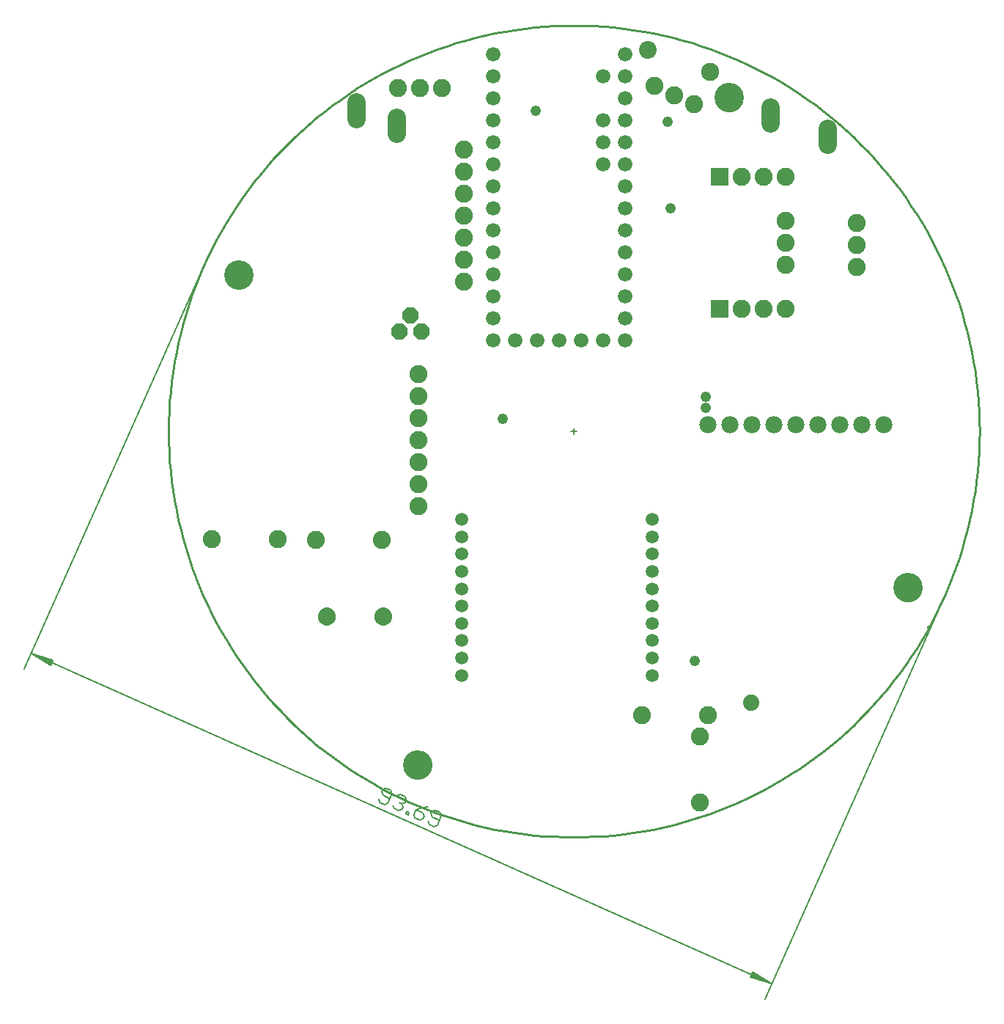
<source format=gbs>
G75*
%MOIN*%
%OFA0B0*%
%FSLAX25Y25*%
%IPPOS*%
%LPD*%
%AMOC8*
5,1,8,0,0,1.08239X$1,22.5*
%
%ADD10C,0.01000*%
%ADD11C,0.01600*%
%ADD12C,0.00000*%
%ADD13C,0.13398*%
%ADD14C,0.00512*%
%ADD15C,0.00600*%
%ADD16C,0.07800*%
%ADD17C,0.06600*%
%ADD18C,0.05950*%
%ADD19C,0.08200*%
%ADD20R,0.08200X0.08200*%
%ADD21C,0.07400*%
%ADD22C,0.00500*%
%ADD23C,0.08200*%
%ADD24OC8,0.07400*%
%ADD25C,0.08062*%
%ADD26C,0.08246*%
%ADD27C,0.04800*%
D10*
X0066778Y0259287D02*
X0066834Y0263813D01*
X0067000Y0268336D01*
X0067278Y0272854D01*
X0067666Y0277364D01*
X0068165Y0281863D01*
X0068774Y0286348D01*
X0069493Y0290817D01*
X0070322Y0295267D01*
X0071259Y0299695D01*
X0072305Y0304099D01*
X0073459Y0308476D01*
X0074719Y0312823D01*
X0076086Y0317138D01*
X0077559Y0321418D01*
X0079136Y0325661D01*
X0080817Y0329863D01*
X0082600Y0334024D01*
X0084485Y0338139D01*
X0086470Y0342207D01*
X0088555Y0346224D01*
X0090737Y0350190D01*
X0093016Y0354100D01*
X0095391Y0357954D01*
X0097859Y0361748D01*
X0100420Y0365480D01*
X0103071Y0369149D01*
X0105812Y0372751D01*
X0108641Y0376285D01*
X0111555Y0379748D01*
X0114553Y0383139D01*
X0117634Y0386456D01*
X0120795Y0389695D01*
X0124034Y0392856D01*
X0127351Y0395937D01*
X0130742Y0398935D01*
X0134205Y0401849D01*
X0137739Y0404678D01*
X0141341Y0407419D01*
X0145010Y0410070D01*
X0148742Y0412631D01*
X0152536Y0415099D01*
X0156390Y0417474D01*
X0160300Y0419753D01*
X0164266Y0421935D01*
X0168283Y0424020D01*
X0172351Y0426005D01*
X0176466Y0427890D01*
X0180627Y0429673D01*
X0184829Y0431354D01*
X0189072Y0432931D01*
X0193352Y0434404D01*
X0197667Y0435771D01*
X0202014Y0437031D01*
X0206391Y0438185D01*
X0210795Y0439231D01*
X0215223Y0440168D01*
X0219673Y0440997D01*
X0224142Y0441716D01*
X0228627Y0442325D01*
X0233126Y0442824D01*
X0237636Y0443212D01*
X0242154Y0443490D01*
X0246677Y0443656D01*
X0251203Y0443712D01*
X0255729Y0443656D01*
X0260252Y0443490D01*
X0264770Y0443212D01*
X0269280Y0442824D01*
X0273779Y0442325D01*
X0278264Y0441716D01*
X0282733Y0440997D01*
X0287183Y0440168D01*
X0291611Y0439231D01*
X0296015Y0438185D01*
X0300392Y0437031D01*
X0304739Y0435771D01*
X0309054Y0434404D01*
X0313334Y0432931D01*
X0317577Y0431354D01*
X0321779Y0429673D01*
X0325940Y0427890D01*
X0330055Y0426005D01*
X0334123Y0424020D01*
X0338140Y0421935D01*
X0342106Y0419753D01*
X0346016Y0417474D01*
X0349870Y0415099D01*
X0353664Y0412631D01*
X0357396Y0410070D01*
X0361065Y0407419D01*
X0364667Y0404678D01*
X0368201Y0401849D01*
X0371664Y0398935D01*
X0375055Y0395937D01*
X0378372Y0392856D01*
X0381611Y0389695D01*
X0384772Y0386456D01*
X0387853Y0383139D01*
X0390851Y0379748D01*
X0393765Y0376285D01*
X0396594Y0372751D01*
X0399335Y0369149D01*
X0401986Y0365480D01*
X0404547Y0361748D01*
X0407015Y0357954D01*
X0409390Y0354100D01*
X0411669Y0350190D01*
X0413851Y0346224D01*
X0415936Y0342207D01*
X0417921Y0338139D01*
X0419806Y0334024D01*
X0421589Y0329863D01*
X0423270Y0325661D01*
X0424847Y0321418D01*
X0426320Y0317138D01*
X0427687Y0312823D01*
X0428947Y0308476D01*
X0430101Y0304099D01*
X0431147Y0299695D01*
X0432084Y0295267D01*
X0432913Y0290817D01*
X0433632Y0286348D01*
X0434241Y0281863D01*
X0434740Y0277364D01*
X0435128Y0272854D01*
X0435406Y0268336D01*
X0435572Y0263813D01*
X0435628Y0259287D01*
X0435572Y0254761D01*
X0435406Y0250238D01*
X0435128Y0245720D01*
X0434740Y0241210D01*
X0434241Y0236711D01*
X0433632Y0232226D01*
X0432913Y0227757D01*
X0432084Y0223307D01*
X0431147Y0218879D01*
X0430101Y0214475D01*
X0428947Y0210098D01*
X0427687Y0205751D01*
X0426320Y0201436D01*
X0424847Y0197156D01*
X0423270Y0192913D01*
X0421589Y0188711D01*
X0419806Y0184550D01*
X0417921Y0180435D01*
X0415936Y0176367D01*
X0413851Y0172350D01*
X0411669Y0168384D01*
X0409390Y0164474D01*
X0407015Y0160620D01*
X0404547Y0156826D01*
X0401986Y0153094D01*
X0399335Y0149425D01*
X0396594Y0145823D01*
X0393765Y0142289D01*
X0390851Y0138826D01*
X0387853Y0135435D01*
X0384772Y0132118D01*
X0381611Y0128879D01*
X0378372Y0125718D01*
X0375055Y0122637D01*
X0371664Y0119639D01*
X0368201Y0116725D01*
X0364667Y0113896D01*
X0361065Y0111155D01*
X0357396Y0108504D01*
X0353664Y0105943D01*
X0349870Y0103475D01*
X0346016Y0101100D01*
X0342106Y0098821D01*
X0338140Y0096639D01*
X0334123Y0094554D01*
X0330055Y0092569D01*
X0325940Y0090684D01*
X0321779Y0088901D01*
X0317577Y0087220D01*
X0313334Y0085643D01*
X0309054Y0084170D01*
X0304739Y0082803D01*
X0300392Y0081543D01*
X0296015Y0080389D01*
X0291611Y0079343D01*
X0287183Y0078406D01*
X0282733Y0077577D01*
X0278264Y0076858D01*
X0273779Y0076249D01*
X0269280Y0075750D01*
X0264770Y0075362D01*
X0260252Y0075084D01*
X0255729Y0074918D01*
X0251203Y0074862D01*
X0246677Y0074918D01*
X0242154Y0075084D01*
X0237636Y0075362D01*
X0233126Y0075750D01*
X0228627Y0076249D01*
X0224142Y0076858D01*
X0219673Y0077577D01*
X0215223Y0078406D01*
X0210795Y0079343D01*
X0206391Y0080389D01*
X0202014Y0081543D01*
X0197667Y0082803D01*
X0193352Y0084170D01*
X0189072Y0085643D01*
X0184829Y0087220D01*
X0180627Y0088901D01*
X0176466Y0090684D01*
X0172351Y0092569D01*
X0168283Y0094554D01*
X0164266Y0096639D01*
X0160300Y0098821D01*
X0156390Y0101100D01*
X0152536Y0103475D01*
X0148742Y0105943D01*
X0145010Y0108504D01*
X0141341Y0111155D01*
X0137739Y0113896D01*
X0134205Y0116725D01*
X0130742Y0119639D01*
X0127351Y0122637D01*
X0124034Y0125718D01*
X0120795Y0128879D01*
X0117634Y0132118D01*
X0114553Y0135435D01*
X0111555Y0138826D01*
X0108641Y0142289D01*
X0105812Y0145823D01*
X0103071Y0149425D01*
X0100420Y0153094D01*
X0097859Y0156826D01*
X0095391Y0160620D01*
X0093016Y0164474D01*
X0090737Y0168384D01*
X0088555Y0172350D01*
X0086470Y0176367D01*
X0084485Y0180435D01*
X0082600Y0184550D01*
X0080817Y0188711D01*
X0079136Y0192913D01*
X0077559Y0197156D01*
X0076086Y0201436D01*
X0074719Y0205751D01*
X0073459Y0210098D01*
X0072305Y0214475D01*
X0071259Y0218879D01*
X0070322Y0223307D01*
X0069493Y0227757D01*
X0068774Y0232226D01*
X0068165Y0236711D01*
X0067666Y0241210D01*
X0067278Y0245720D01*
X0067000Y0250238D01*
X0066834Y0254761D01*
X0066778Y0259287D01*
D11*
X0412477Y0170288D02*
X0412519Y0170379D01*
D12*
X0396804Y0188187D02*
X0396806Y0188345D01*
X0396812Y0188503D01*
X0396822Y0188661D01*
X0396836Y0188819D01*
X0396854Y0188976D01*
X0396875Y0189133D01*
X0396901Y0189289D01*
X0396931Y0189445D01*
X0396964Y0189600D01*
X0397002Y0189753D01*
X0397043Y0189906D01*
X0397088Y0190058D01*
X0397137Y0190209D01*
X0397190Y0190358D01*
X0397246Y0190506D01*
X0397306Y0190652D01*
X0397370Y0190797D01*
X0397438Y0190940D01*
X0397509Y0191082D01*
X0397583Y0191222D01*
X0397661Y0191359D01*
X0397743Y0191495D01*
X0397827Y0191629D01*
X0397916Y0191760D01*
X0398007Y0191889D01*
X0398102Y0192016D01*
X0398199Y0192141D01*
X0398300Y0192263D01*
X0398404Y0192382D01*
X0398511Y0192499D01*
X0398621Y0192613D01*
X0398734Y0192724D01*
X0398849Y0192833D01*
X0398967Y0192938D01*
X0399088Y0193040D01*
X0399211Y0193140D01*
X0399337Y0193236D01*
X0399465Y0193329D01*
X0399595Y0193419D01*
X0399728Y0193505D01*
X0399863Y0193589D01*
X0399999Y0193668D01*
X0400138Y0193745D01*
X0400279Y0193817D01*
X0400421Y0193887D01*
X0400565Y0193952D01*
X0400711Y0194014D01*
X0400858Y0194072D01*
X0401007Y0194127D01*
X0401157Y0194178D01*
X0401308Y0194225D01*
X0401460Y0194268D01*
X0401613Y0194307D01*
X0401768Y0194343D01*
X0401923Y0194374D01*
X0402079Y0194402D01*
X0402235Y0194426D01*
X0402392Y0194446D01*
X0402550Y0194462D01*
X0402707Y0194474D01*
X0402866Y0194482D01*
X0403024Y0194486D01*
X0403182Y0194486D01*
X0403340Y0194482D01*
X0403499Y0194474D01*
X0403656Y0194462D01*
X0403814Y0194446D01*
X0403971Y0194426D01*
X0404127Y0194402D01*
X0404283Y0194374D01*
X0404438Y0194343D01*
X0404593Y0194307D01*
X0404746Y0194268D01*
X0404898Y0194225D01*
X0405049Y0194178D01*
X0405199Y0194127D01*
X0405348Y0194072D01*
X0405495Y0194014D01*
X0405641Y0193952D01*
X0405785Y0193887D01*
X0405927Y0193817D01*
X0406068Y0193745D01*
X0406207Y0193668D01*
X0406343Y0193589D01*
X0406478Y0193505D01*
X0406611Y0193419D01*
X0406741Y0193329D01*
X0406869Y0193236D01*
X0406995Y0193140D01*
X0407118Y0193040D01*
X0407239Y0192938D01*
X0407357Y0192833D01*
X0407472Y0192724D01*
X0407585Y0192613D01*
X0407695Y0192499D01*
X0407802Y0192382D01*
X0407906Y0192263D01*
X0408007Y0192141D01*
X0408104Y0192016D01*
X0408199Y0191889D01*
X0408290Y0191760D01*
X0408379Y0191629D01*
X0408463Y0191495D01*
X0408545Y0191359D01*
X0408623Y0191222D01*
X0408697Y0191082D01*
X0408768Y0190940D01*
X0408836Y0190797D01*
X0408900Y0190652D01*
X0408960Y0190506D01*
X0409016Y0190358D01*
X0409069Y0190209D01*
X0409118Y0190058D01*
X0409163Y0189906D01*
X0409204Y0189753D01*
X0409242Y0189600D01*
X0409275Y0189445D01*
X0409305Y0189289D01*
X0409331Y0189133D01*
X0409352Y0188976D01*
X0409370Y0188819D01*
X0409384Y0188661D01*
X0409394Y0188503D01*
X0409400Y0188345D01*
X0409402Y0188187D01*
X0409400Y0188029D01*
X0409394Y0187871D01*
X0409384Y0187713D01*
X0409370Y0187555D01*
X0409352Y0187398D01*
X0409331Y0187241D01*
X0409305Y0187085D01*
X0409275Y0186929D01*
X0409242Y0186774D01*
X0409204Y0186621D01*
X0409163Y0186468D01*
X0409118Y0186316D01*
X0409069Y0186165D01*
X0409016Y0186016D01*
X0408960Y0185868D01*
X0408900Y0185722D01*
X0408836Y0185577D01*
X0408768Y0185434D01*
X0408697Y0185292D01*
X0408623Y0185152D01*
X0408545Y0185015D01*
X0408463Y0184879D01*
X0408379Y0184745D01*
X0408290Y0184614D01*
X0408199Y0184485D01*
X0408104Y0184358D01*
X0408007Y0184233D01*
X0407906Y0184111D01*
X0407802Y0183992D01*
X0407695Y0183875D01*
X0407585Y0183761D01*
X0407472Y0183650D01*
X0407357Y0183541D01*
X0407239Y0183436D01*
X0407118Y0183334D01*
X0406995Y0183234D01*
X0406869Y0183138D01*
X0406741Y0183045D01*
X0406611Y0182955D01*
X0406478Y0182869D01*
X0406343Y0182785D01*
X0406207Y0182706D01*
X0406068Y0182629D01*
X0405927Y0182557D01*
X0405785Y0182487D01*
X0405641Y0182422D01*
X0405495Y0182360D01*
X0405348Y0182302D01*
X0405199Y0182247D01*
X0405049Y0182196D01*
X0404898Y0182149D01*
X0404746Y0182106D01*
X0404593Y0182067D01*
X0404438Y0182031D01*
X0404283Y0182000D01*
X0404127Y0181972D01*
X0403971Y0181948D01*
X0403814Y0181928D01*
X0403656Y0181912D01*
X0403499Y0181900D01*
X0403340Y0181892D01*
X0403182Y0181888D01*
X0403024Y0181888D01*
X0402866Y0181892D01*
X0402707Y0181900D01*
X0402550Y0181912D01*
X0402392Y0181928D01*
X0402235Y0181948D01*
X0402079Y0181972D01*
X0401923Y0182000D01*
X0401768Y0182031D01*
X0401613Y0182067D01*
X0401460Y0182106D01*
X0401308Y0182149D01*
X0401157Y0182196D01*
X0401007Y0182247D01*
X0400858Y0182302D01*
X0400711Y0182360D01*
X0400565Y0182422D01*
X0400421Y0182487D01*
X0400279Y0182557D01*
X0400138Y0182629D01*
X0399999Y0182706D01*
X0399863Y0182785D01*
X0399728Y0182869D01*
X0399595Y0182955D01*
X0399465Y0183045D01*
X0399337Y0183138D01*
X0399211Y0183234D01*
X0399088Y0183334D01*
X0398967Y0183436D01*
X0398849Y0183541D01*
X0398734Y0183650D01*
X0398621Y0183761D01*
X0398511Y0183875D01*
X0398404Y0183992D01*
X0398300Y0184111D01*
X0398199Y0184233D01*
X0398102Y0184358D01*
X0398007Y0184485D01*
X0397916Y0184614D01*
X0397827Y0184745D01*
X0397743Y0184879D01*
X0397661Y0185015D01*
X0397583Y0185152D01*
X0397509Y0185292D01*
X0397438Y0185434D01*
X0397370Y0185577D01*
X0397306Y0185722D01*
X0397246Y0185868D01*
X0397190Y0186016D01*
X0397137Y0186165D01*
X0397088Y0186316D01*
X0397043Y0186468D01*
X0397002Y0186621D01*
X0396964Y0186774D01*
X0396931Y0186929D01*
X0396901Y0187085D01*
X0396875Y0187241D01*
X0396854Y0187398D01*
X0396836Y0187555D01*
X0396822Y0187713D01*
X0396812Y0187871D01*
X0396806Y0188029D01*
X0396804Y0188187D01*
X0173804Y0107687D02*
X0173806Y0107845D01*
X0173812Y0108003D01*
X0173822Y0108161D01*
X0173836Y0108319D01*
X0173854Y0108476D01*
X0173875Y0108633D01*
X0173901Y0108789D01*
X0173931Y0108945D01*
X0173964Y0109100D01*
X0174002Y0109253D01*
X0174043Y0109406D01*
X0174088Y0109558D01*
X0174137Y0109709D01*
X0174190Y0109858D01*
X0174246Y0110006D01*
X0174306Y0110152D01*
X0174370Y0110297D01*
X0174438Y0110440D01*
X0174509Y0110582D01*
X0174583Y0110722D01*
X0174661Y0110859D01*
X0174743Y0110995D01*
X0174827Y0111129D01*
X0174916Y0111260D01*
X0175007Y0111389D01*
X0175102Y0111516D01*
X0175199Y0111641D01*
X0175300Y0111763D01*
X0175404Y0111882D01*
X0175511Y0111999D01*
X0175621Y0112113D01*
X0175734Y0112224D01*
X0175849Y0112333D01*
X0175967Y0112438D01*
X0176088Y0112540D01*
X0176211Y0112640D01*
X0176337Y0112736D01*
X0176465Y0112829D01*
X0176595Y0112919D01*
X0176728Y0113005D01*
X0176863Y0113089D01*
X0176999Y0113168D01*
X0177138Y0113245D01*
X0177279Y0113317D01*
X0177421Y0113387D01*
X0177565Y0113452D01*
X0177711Y0113514D01*
X0177858Y0113572D01*
X0178007Y0113627D01*
X0178157Y0113678D01*
X0178308Y0113725D01*
X0178460Y0113768D01*
X0178613Y0113807D01*
X0178768Y0113843D01*
X0178923Y0113874D01*
X0179079Y0113902D01*
X0179235Y0113926D01*
X0179392Y0113946D01*
X0179550Y0113962D01*
X0179707Y0113974D01*
X0179866Y0113982D01*
X0180024Y0113986D01*
X0180182Y0113986D01*
X0180340Y0113982D01*
X0180499Y0113974D01*
X0180656Y0113962D01*
X0180814Y0113946D01*
X0180971Y0113926D01*
X0181127Y0113902D01*
X0181283Y0113874D01*
X0181438Y0113843D01*
X0181593Y0113807D01*
X0181746Y0113768D01*
X0181898Y0113725D01*
X0182049Y0113678D01*
X0182199Y0113627D01*
X0182348Y0113572D01*
X0182495Y0113514D01*
X0182641Y0113452D01*
X0182785Y0113387D01*
X0182927Y0113317D01*
X0183068Y0113245D01*
X0183207Y0113168D01*
X0183343Y0113089D01*
X0183478Y0113005D01*
X0183611Y0112919D01*
X0183741Y0112829D01*
X0183869Y0112736D01*
X0183995Y0112640D01*
X0184118Y0112540D01*
X0184239Y0112438D01*
X0184357Y0112333D01*
X0184472Y0112224D01*
X0184585Y0112113D01*
X0184695Y0111999D01*
X0184802Y0111882D01*
X0184906Y0111763D01*
X0185007Y0111641D01*
X0185104Y0111516D01*
X0185199Y0111389D01*
X0185290Y0111260D01*
X0185379Y0111129D01*
X0185463Y0110995D01*
X0185545Y0110859D01*
X0185623Y0110722D01*
X0185697Y0110582D01*
X0185768Y0110440D01*
X0185836Y0110297D01*
X0185900Y0110152D01*
X0185960Y0110006D01*
X0186016Y0109858D01*
X0186069Y0109709D01*
X0186118Y0109558D01*
X0186163Y0109406D01*
X0186204Y0109253D01*
X0186242Y0109100D01*
X0186275Y0108945D01*
X0186305Y0108789D01*
X0186331Y0108633D01*
X0186352Y0108476D01*
X0186370Y0108319D01*
X0186384Y0108161D01*
X0186394Y0108003D01*
X0186400Y0107845D01*
X0186402Y0107687D01*
X0186400Y0107529D01*
X0186394Y0107371D01*
X0186384Y0107213D01*
X0186370Y0107055D01*
X0186352Y0106898D01*
X0186331Y0106741D01*
X0186305Y0106585D01*
X0186275Y0106429D01*
X0186242Y0106274D01*
X0186204Y0106121D01*
X0186163Y0105968D01*
X0186118Y0105816D01*
X0186069Y0105665D01*
X0186016Y0105516D01*
X0185960Y0105368D01*
X0185900Y0105222D01*
X0185836Y0105077D01*
X0185768Y0104934D01*
X0185697Y0104792D01*
X0185623Y0104652D01*
X0185545Y0104515D01*
X0185463Y0104379D01*
X0185379Y0104245D01*
X0185290Y0104114D01*
X0185199Y0103985D01*
X0185104Y0103858D01*
X0185007Y0103733D01*
X0184906Y0103611D01*
X0184802Y0103492D01*
X0184695Y0103375D01*
X0184585Y0103261D01*
X0184472Y0103150D01*
X0184357Y0103041D01*
X0184239Y0102936D01*
X0184118Y0102834D01*
X0183995Y0102734D01*
X0183869Y0102638D01*
X0183741Y0102545D01*
X0183611Y0102455D01*
X0183478Y0102369D01*
X0183343Y0102285D01*
X0183207Y0102206D01*
X0183068Y0102129D01*
X0182927Y0102057D01*
X0182785Y0101987D01*
X0182641Y0101922D01*
X0182495Y0101860D01*
X0182348Y0101802D01*
X0182199Y0101747D01*
X0182049Y0101696D01*
X0181898Y0101649D01*
X0181746Y0101606D01*
X0181593Y0101567D01*
X0181438Y0101531D01*
X0181283Y0101500D01*
X0181127Y0101472D01*
X0180971Y0101448D01*
X0180814Y0101428D01*
X0180656Y0101412D01*
X0180499Y0101400D01*
X0180340Y0101392D01*
X0180182Y0101388D01*
X0180024Y0101388D01*
X0179866Y0101392D01*
X0179707Y0101400D01*
X0179550Y0101412D01*
X0179392Y0101428D01*
X0179235Y0101448D01*
X0179079Y0101472D01*
X0178923Y0101500D01*
X0178768Y0101531D01*
X0178613Y0101567D01*
X0178460Y0101606D01*
X0178308Y0101649D01*
X0178157Y0101696D01*
X0178007Y0101747D01*
X0177858Y0101802D01*
X0177711Y0101860D01*
X0177565Y0101922D01*
X0177421Y0101987D01*
X0177279Y0102057D01*
X0177138Y0102129D01*
X0176999Y0102206D01*
X0176863Y0102285D01*
X0176728Y0102369D01*
X0176595Y0102455D01*
X0176465Y0102545D01*
X0176337Y0102638D01*
X0176211Y0102734D01*
X0176088Y0102834D01*
X0175967Y0102936D01*
X0175849Y0103041D01*
X0175734Y0103150D01*
X0175621Y0103261D01*
X0175511Y0103375D01*
X0175404Y0103492D01*
X0175300Y0103611D01*
X0175199Y0103733D01*
X0175102Y0103858D01*
X0175007Y0103985D01*
X0174916Y0104114D01*
X0174827Y0104245D01*
X0174743Y0104379D01*
X0174661Y0104515D01*
X0174583Y0104652D01*
X0174509Y0104792D01*
X0174438Y0104934D01*
X0174370Y0105077D01*
X0174306Y0105222D01*
X0174246Y0105368D01*
X0174190Y0105516D01*
X0174137Y0105665D01*
X0174088Y0105816D01*
X0174043Y0105968D01*
X0174002Y0106121D01*
X0173964Y0106274D01*
X0173931Y0106429D01*
X0173901Y0106585D01*
X0173875Y0106741D01*
X0173854Y0106898D01*
X0173836Y0107055D01*
X0173822Y0107213D01*
X0173812Y0107371D01*
X0173806Y0107529D01*
X0173804Y0107687D01*
X0092404Y0330387D02*
X0092406Y0330545D01*
X0092412Y0330703D01*
X0092422Y0330861D01*
X0092436Y0331019D01*
X0092454Y0331176D01*
X0092475Y0331333D01*
X0092501Y0331489D01*
X0092531Y0331645D01*
X0092564Y0331800D01*
X0092602Y0331953D01*
X0092643Y0332106D01*
X0092688Y0332258D01*
X0092737Y0332409D01*
X0092790Y0332558D01*
X0092846Y0332706D01*
X0092906Y0332852D01*
X0092970Y0332997D01*
X0093038Y0333140D01*
X0093109Y0333282D01*
X0093183Y0333422D01*
X0093261Y0333559D01*
X0093343Y0333695D01*
X0093427Y0333829D01*
X0093516Y0333960D01*
X0093607Y0334089D01*
X0093702Y0334216D01*
X0093799Y0334341D01*
X0093900Y0334463D01*
X0094004Y0334582D01*
X0094111Y0334699D01*
X0094221Y0334813D01*
X0094334Y0334924D01*
X0094449Y0335033D01*
X0094567Y0335138D01*
X0094688Y0335240D01*
X0094811Y0335340D01*
X0094937Y0335436D01*
X0095065Y0335529D01*
X0095195Y0335619D01*
X0095328Y0335705D01*
X0095463Y0335789D01*
X0095599Y0335868D01*
X0095738Y0335945D01*
X0095879Y0336017D01*
X0096021Y0336087D01*
X0096165Y0336152D01*
X0096311Y0336214D01*
X0096458Y0336272D01*
X0096607Y0336327D01*
X0096757Y0336378D01*
X0096908Y0336425D01*
X0097060Y0336468D01*
X0097213Y0336507D01*
X0097368Y0336543D01*
X0097523Y0336574D01*
X0097679Y0336602D01*
X0097835Y0336626D01*
X0097992Y0336646D01*
X0098150Y0336662D01*
X0098307Y0336674D01*
X0098466Y0336682D01*
X0098624Y0336686D01*
X0098782Y0336686D01*
X0098940Y0336682D01*
X0099099Y0336674D01*
X0099256Y0336662D01*
X0099414Y0336646D01*
X0099571Y0336626D01*
X0099727Y0336602D01*
X0099883Y0336574D01*
X0100038Y0336543D01*
X0100193Y0336507D01*
X0100346Y0336468D01*
X0100498Y0336425D01*
X0100649Y0336378D01*
X0100799Y0336327D01*
X0100948Y0336272D01*
X0101095Y0336214D01*
X0101241Y0336152D01*
X0101385Y0336087D01*
X0101527Y0336017D01*
X0101668Y0335945D01*
X0101807Y0335868D01*
X0101943Y0335789D01*
X0102078Y0335705D01*
X0102211Y0335619D01*
X0102341Y0335529D01*
X0102469Y0335436D01*
X0102595Y0335340D01*
X0102718Y0335240D01*
X0102839Y0335138D01*
X0102957Y0335033D01*
X0103072Y0334924D01*
X0103185Y0334813D01*
X0103295Y0334699D01*
X0103402Y0334582D01*
X0103506Y0334463D01*
X0103607Y0334341D01*
X0103704Y0334216D01*
X0103799Y0334089D01*
X0103890Y0333960D01*
X0103979Y0333829D01*
X0104063Y0333695D01*
X0104145Y0333559D01*
X0104223Y0333422D01*
X0104297Y0333282D01*
X0104368Y0333140D01*
X0104436Y0332997D01*
X0104500Y0332852D01*
X0104560Y0332706D01*
X0104616Y0332558D01*
X0104669Y0332409D01*
X0104718Y0332258D01*
X0104763Y0332106D01*
X0104804Y0331953D01*
X0104842Y0331800D01*
X0104875Y0331645D01*
X0104905Y0331489D01*
X0104931Y0331333D01*
X0104952Y0331176D01*
X0104970Y0331019D01*
X0104984Y0330861D01*
X0104994Y0330703D01*
X0105000Y0330545D01*
X0105002Y0330387D01*
X0105000Y0330229D01*
X0104994Y0330071D01*
X0104984Y0329913D01*
X0104970Y0329755D01*
X0104952Y0329598D01*
X0104931Y0329441D01*
X0104905Y0329285D01*
X0104875Y0329129D01*
X0104842Y0328974D01*
X0104804Y0328821D01*
X0104763Y0328668D01*
X0104718Y0328516D01*
X0104669Y0328365D01*
X0104616Y0328216D01*
X0104560Y0328068D01*
X0104500Y0327922D01*
X0104436Y0327777D01*
X0104368Y0327634D01*
X0104297Y0327492D01*
X0104223Y0327352D01*
X0104145Y0327215D01*
X0104063Y0327079D01*
X0103979Y0326945D01*
X0103890Y0326814D01*
X0103799Y0326685D01*
X0103704Y0326558D01*
X0103607Y0326433D01*
X0103506Y0326311D01*
X0103402Y0326192D01*
X0103295Y0326075D01*
X0103185Y0325961D01*
X0103072Y0325850D01*
X0102957Y0325741D01*
X0102839Y0325636D01*
X0102718Y0325534D01*
X0102595Y0325434D01*
X0102469Y0325338D01*
X0102341Y0325245D01*
X0102211Y0325155D01*
X0102078Y0325069D01*
X0101943Y0324985D01*
X0101807Y0324906D01*
X0101668Y0324829D01*
X0101527Y0324757D01*
X0101385Y0324687D01*
X0101241Y0324622D01*
X0101095Y0324560D01*
X0100948Y0324502D01*
X0100799Y0324447D01*
X0100649Y0324396D01*
X0100498Y0324349D01*
X0100346Y0324306D01*
X0100193Y0324267D01*
X0100038Y0324231D01*
X0099883Y0324200D01*
X0099727Y0324172D01*
X0099571Y0324148D01*
X0099414Y0324128D01*
X0099256Y0324112D01*
X0099099Y0324100D01*
X0098940Y0324092D01*
X0098782Y0324088D01*
X0098624Y0324088D01*
X0098466Y0324092D01*
X0098307Y0324100D01*
X0098150Y0324112D01*
X0097992Y0324128D01*
X0097835Y0324148D01*
X0097679Y0324172D01*
X0097523Y0324200D01*
X0097368Y0324231D01*
X0097213Y0324267D01*
X0097060Y0324306D01*
X0096908Y0324349D01*
X0096757Y0324396D01*
X0096607Y0324447D01*
X0096458Y0324502D01*
X0096311Y0324560D01*
X0096165Y0324622D01*
X0096021Y0324687D01*
X0095879Y0324757D01*
X0095738Y0324829D01*
X0095599Y0324906D01*
X0095463Y0324985D01*
X0095328Y0325069D01*
X0095195Y0325155D01*
X0095065Y0325245D01*
X0094937Y0325338D01*
X0094811Y0325434D01*
X0094688Y0325534D01*
X0094567Y0325636D01*
X0094449Y0325741D01*
X0094334Y0325850D01*
X0094221Y0325961D01*
X0094111Y0326075D01*
X0094004Y0326192D01*
X0093900Y0326311D01*
X0093799Y0326433D01*
X0093702Y0326558D01*
X0093607Y0326685D01*
X0093516Y0326814D01*
X0093427Y0326945D01*
X0093343Y0327079D01*
X0093261Y0327215D01*
X0093183Y0327352D01*
X0093109Y0327492D01*
X0093038Y0327634D01*
X0092970Y0327777D01*
X0092906Y0327922D01*
X0092846Y0328068D01*
X0092790Y0328216D01*
X0092737Y0328365D01*
X0092688Y0328516D01*
X0092643Y0328668D01*
X0092602Y0328821D01*
X0092564Y0328974D01*
X0092531Y0329129D01*
X0092501Y0329285D01*
X0092475Y0329441D01*
X0092454Y0329598D01*
X0092436Y0329755D01*
X0092422Y0329913D01*
X0092412Y0330071D01*
X0092406Y0330229D01*
X0092404Y0330387D01*
X0315404Y0410887D02*
X0315406Y0411045D01*
X0315412Y0411203D01*
X0315422Y0411361D01*
X0315436Y0411519D01*
X0315454Y0411676D01*
X0315475Y0411833D01*
X0315501Y0411989D01*
X0315531Y0412145D01*
X0315564Y0412300D01*
X0315602Y0412453D01*
X0315643Y0412606D01*
X0315688Y0412758D01*
X0315737Y0412909D01*
X0315790Y0413058D01*
X0315846Y0413206D01*
X0315906Y0413352D01*
X0315970Y0413497D01*
X0316038Y0413640D01*
X0316109Y0413782D01*
X0316183Y0413922D01*
X0316261Y0414059D01*
X0316343Y0414195D01*
X0316427Y0414329D01*
X0316516Y0414460D01*
X0316607Y0414589D01*
X0316702Y0414716D01*
X0316799Y0414841D01*
X0316900Y0414963D01*
X0317004Y0415082D01*
X0317111Y0415199D01*
X0317221Y0415313D01*
X0317334Y0415424D01*
X0317449Y0415533D01*
X0317567Y0415638D01*
X0317688Y0415740D01*
X0317811Y0415840D01*
X0317937Y0415936D01*
X0318065Y0416029D01*
X0318195Y0416119D01*
X0318328Y0416205D01*
X0318463Y0416289D01*
X0318599Y0416368D01*
X0318738Y0416445D01*
X0318879Y0416517D01*
X0319021Y0416587D01*
X0319165Y0416652D01*
X0319311Y0416714D01*
X0319458Y0416772D01*
X0319607Y0416827D01*
X0319757Y0416878D01*
X0319908Y0416925D01*
X0320060Y0416968D01*
X0320213Y0417007D01*
X0320368Y0417043D01*
X0320523Y0417074D01*
X0320679Y0417102D01*
X0320835Y0417126D01*
X0320992Y0417146D01*
X0321150Y0417162D01*
X0321307Y0417174D01*
X0321466Y0417182D01*
X0321624Y0417186D01*
X0321782Y0417186D01*
X0321940Y0417182D01*
X0322099Y0417174D01*
X0322256Y0417162D01*
X0322414Y0417146D01*
X0322571Y0417126D01*
X0322727Y0417102D01*
X0322883Y0417074D01*
X0323038Y0417043D01*
X0323193Y0417007D01*
X0323346Y0416968D01*
X0323498Y0416925D01*
X0323649Y0416878D01*
X0323799Y0416827D01*
X0323948Y0416772D01*
X0324095Y0416714D01*
X0324241Y0416652D01*
X0324385Y0416587D01*
X0324527Y0416517D01*
X0324668Y0416445D01*
X0324807Y0416368D01*
X0324943Y0416289D01*
X0325078Y0416205D01*
X0325211Y0416119D01*
X0325341Y0416029D01*
X0325469Y0415936D01*
X0325595Y0415840D01*
X0325718Y0415740D01*
X0325839Y0415638D01*
X0325957Y0415533D01*
X0326072Y0415424D01*
X0326185Y0415313D01*
X0326295Y0415199D01*
X0326402Y0415082D01*
X0326506Y0414963D01*
X0326607Y0414841D01*
X0326704Y0414716D01*
X0326799Y0414589D01*
X0326890Y0414460D01*
X0326979Y0414329D01*
X0327063Y0414195D01*
X0327145Y0414059D01*
X0327223Y0413922D01*
X0327297Y0413782D01*
X0327368Y0413640D01*
X0327436Y0413497D01*
X0327500Y0413352D01*
X0327560Y0413206D01*
X0327616Y0413058D01*
X0327669Y0412909D01*
X0327718Y0412758D01*
X0327763Y0412606D01*
X0327804Y0412453D01*
X0327842Y0412300D01*
X0327875Y0412145D01*
X0327905Y0411989D01*
X0327931Y0411833D01*
X0327952Y0411676D01*
X0327970Y0411519D01*
X0327984Y0411361D01*
X0327994Y0411203D01*
X0328000Y0411045D01*
X0328002Y0410887D01*
X0328000Y0410729D01*
X0327994Y0410571D01*
X0327984Y0410413D01*
X0327970Y0410255D01*
X0327952Y0410098D01*
X0327931Y0409941D01*
X0327905Y0409785D01*
X0327875Y0409629D01*
X0327842Y0409474D01*
X0327804Y0409321D01*
X0327763Y0409168D01*
X0327718Y0409016D01*
X0327669Y0408865D01*
X0327616Y0408716D01*
X0327560Y0408568D01*
X0327500Y0408422D01*
X0327436Y0408277D01*
X0327368Y0408134D01*
X0327297Y0407992D01*
X0327223Y0407852D01*
X0327145Y0407715D01*
X0327063Y0407579D01*
X0326979Y0407445D01*
X0326890Y0407314D01*
X0326799Y0407185D01*
X0326704Y0407058D01*
X0326607Y0406933D01*
X0326506Y0406811D01*
X0326402Y0406692D01*
X0326295Y0406575D01*
X0326185Y0406461D01*
X0326072Y0406350D01*
X0325957Y0406241D01*
X0325839Y0406136D01*
X0325718Y0406034D01*
X0325595Y0405934D01*
X0325469Y0405838D01*
X0325341Y0405745D01*
X0325211Y0405655D01*
X0325078Y0405569D01*
X0324943Y0405485D01*
X0324807Y0405406D01*
X0324668Y0405329D01*
X0324527Y0405257D01*
X0324385Y0405187D01*
X0324241Y0405122D01*
X0324095Y0405060D01*
X0323948Y0405002D01*
X0323799Y0404947D01*
X0323649Y0404896D01*
X0323498Y0404849D01*
X0323346Y0404806D01*
X0323193Y0404767D01*
X0323038Y0404731D01*
X0322883Y0404700D01*
X0322727Y0404672D01*
X0322571Y0404648D01*
X0322414Y0404628D01*
X0322256Y0404612D01*
X0322099Y0404600D01*
X0321940Y0404592D01*
X0321782Y0404588D01*
X0321624Y0404588D01*
X0321466Y0404592D01*
X0321307Y0404600D01*
X0321150Y0404612D01*
X0320992Y0404628D01*
X0320835Y0404648D01*
X0320679Y0404672D01*
X0320523Y0404700D01*
X0320368Y0404731D01*
X0320213Y0404767D01*
X0320060Y0404806D01*
X0319908Y0404849D01*
X0319757Y0404896D01*
X0319607Y0404947D01*
X0319458Y0405002D01*
X0319311Y0405060D01*
X0319165Y0405122D01*
X0319021Y0405187D01*
X0318879Y0405257D01*
X0318738Y0405329D01*
X0318599Y0405406D01*
X0318463Y0405485D01*
X0318328Y0405569D01*
X0318195Y0405655D01*
X0318065Y0405745D01*
X0317937Y0405838D01*
X0317811Y0405934D01*
X0317688Y0406034D01*
X0317567Y0406136D01*
X0317449Y0406241D01*
X0317334Y0406350D01*
X0317221Y0406461D01*
X0317111Y0406575D01*
X0317004Y0406692D01*
X0316900Y0406811D01*
X0316799Y0406933D01*
X0316702Y0407058D01*
X0316607Y0407185D01*
X0316516Y0407314D01*
X0316427Y0407445D01*
X0316343Y0407579D01*
X0316261Y0407715D01*
X0316183Y0407852D01*
X0316109Y0407992D01*
X0316038Y0408134D01*
X0315970Y0408277D01*
X0315906Y0408422D01*
X0315846Y0408568D01*
X0315790Y0408716D01*
X0315737Y0408865D01*
X0315688Y0409016D01*
X0315643Y0409168D01*
X0315602Y0409321D01*
X0315564Y0409474D01*
X0315531Y0409629D01*
X0315501Y0409785D01*
X0315475Y0409941D01*
X0315454Y0410098D01*
X0315436Y0410255D01*
X0315422Y0410413D01*
X0315412Y0410571D01*
X0315406Y0410729D01*
X0315404Y0410887D01*
D13*
X0321703Y0410887D03*
X0403103Y0188187D03*
X0180103Y0107687D03*
X0098703Y0330387D03*
D14*
X0082702Y0334254D02*
X0001256Y0151191D01*
X0004610Y0158101D02*
X0013313Y0153109D01*
X0013218Y0152896D02*
X0004610Y0158101D01*
X0014145Y0154979D01*
X0014240Y0155192D02*
X0013218Y0152896D01*
X0013521Y0153576D02*
X0004610Y0158101D01*
X0013937Y0154512D01*
X0014240Y0155192D02*
X0004610Y0158101D01*
X0341145Y0008374D01*
X0331610Y0011496D01*
X0331516Y0011283D02*
X0341145Y0008374D01*
X0332443Y0013366D01*
X0332537Y0013579D02*
X0331516Y0011283D01*
X0331818Y0011963D02*
X0341145Y0008374D01*
X0332234Y0012899D01*
X0332537Y0013579D02*
X0341145Y0008374D01*
X0338258Y0001256D02*
X0419704Y0184319D01*
X0252460Y0259287D02*
X0249946Y0259287D01*
X0251203Y0260543D02*
X0251203Y0258030D01*
D15*
X0174287Y0093243D02*
X0172154Y0094193D01*
X0170612Y0093601D01*
X0168486Y0094548D02*
X0166587Y0090281D01*
X0165045Y0089689D01*
X0162912Y0090639D01*
X0162320Y0092181D01*
X0164336Y0093839D02*
X0167536Y0092415D01*
X0168486Y0094548D02*
X0167895Y0096090D01*
X0165761Y0097040D01*
X0164219Y0096448D01*
X0163745Y0095381D01*
X0164336Y0093839D01*
X0168713Y0089335D02*
X0169304Y0087793D01*
X0171438Y0086843D01*
X0172980Y0087435D01*
X0173454Y0088502D01*
X0172863Y0090043D01*
X0171796Y0090518D01*
X0172863Y0090043D02*
X0174404Y0090635D01*
X0174879Y0091702D01*
X0174287Y0093243D01*
X0175106Y0086488D02*
X0174631Y0085422D01*
X0175697Y0084947D01*
X0176172Y0086013D01*
X0175106Y0086488D01*
X0178302Y0085065D02*
X0178894Y0083523D01*
X0181027Y0082574D01*
X0182569Y0083165D01*
X0183044Y0084232D01*
X0182452Y0085774D01*
X0179252Y0087198D01*
X0178302Y0085065D01*
X0179252Y0087198D02*
X0182335Y0088382D01*
X0184944Y0088499D01*
X0186595Y0086486D02*
X0186120Y0085419D01*
X0186712Y0083877D01*
X0189912Y0082452D01*
X0188962Y0080319D02*
X0190862Y0084586D01*
X0190270Y0086127D01*
X0188136Y0087077D01*
X0186595Y0086486D01*
X0184695Y0082219D02*
X0185287Y0080677D01*
X0187420Y0079727D01*
X0188962Y0080319D01*
D16*
X0312203Y0262287D03*
X0322203Y0262287D03*
X0332203Y0262287D03*
X0342203Y0262287D03*
X0352203Y0262287D03*
X0362203Y0262287D03*
X0372203Y0262287D03*
X0382203Y0262287D03*
X0392203Y0262287D03*
D17*
X0274403Y0300587D03*
X0274403Y0310587D03*
X0264403Y0300587D03*
X0254403Y0300587D03*
X0244403Y0300587D03*
X0234403Y0300587D03*
X0224403Y0300587D03*
X0214403Y0300587D03*
X0214403Y0310587D03*
X0214403Y0320587D03*
X0214403Y0330587D03*
X0214403Y0340587D03*
X0214403Y0350587D03*
X0214403Y0360587D03*
X0214403Y0370587D03*
X0214403Y0380587D03*
X0214403Y0390587D03*
X0214403Y0400587D03*
X0214403Y0410587D03*
X0214403Y0420587D03*
X0214403Y0430587D03*
X0264403Y0420587D03*
X0274403Y0420587D03*
X0274403Y0430587D03*
X0274403Y0410587D03*
X0274403Y0400587D03*
X0264403Y0400587D03*
X0264403Y0390587D03*
X0274403Y0390587D03*
X0274403Y0380587D03*
X0264403Y0380587D03*
X0274403Y0370587D03*
X0274403Y0360587D03*
X0274403Y0350587D03*
X0274403Y0340587D03*
X0274403Y0330587D03*
X0274403Y0320587D03*
D18*
X0286710Y0219220D03*
X0286710Y0211346D03*
X0286710Y0203472D03*
X0286710Y0195598D03*
X0286710Y0187724D03*
X0286710Y0179850D03*
X0286710Y0171976D03*
X0286710Y0164102D03*
X0286710Y0156228D03*
X0286710Y0148354D03*
X0200096Y0148354D03*
X0200096Y0156228D03*
X0200096Y0164102D03*
X0200096Y0171976D03*
X0200096Y0179850D03*
X0200096Y0187724D03*
X0200096Y0195598D03*
X0200096Y0203472D03*
X0200096Y0211346D03*
X0200096Y0219220D03*
D19*
X0180303Y0225387D03*
X0180303Y0235387D03*
X0180303Y0245387D03*
X0180303Y0255387D03*
X0180303Y0265387D03*
X0180303Y0275387D03*
X0180303Y0285387D03*
X0201103Y0327387D03*
X0201103Y0337387D03*
X0201103Y0347387D03*
X0201103Y0357387D03*
X0201103Y0367387D03*
X0201103Y0377387D03*
X0201103Y0387387D03*
X0191103Y0415087D03*
X0181103Y0415087D03*
X0171103Y0415087D03*
X0287803Y0416287D03*
X0296866Y0412060D03*
X0305929Y0407834D03*
X0327303Y0374987D03*
X0337303Y0374987D03*
X0347303Y0374987D03*
X0347303Y0354987D03*
X0347303Y0344987D03*
X0347303Y0334987D03*
X0347303Y0314987D03*
X0337303Y0314987D03*
X0327303Y0314987D03*
X0379803Y0333787D03*
X0379803Y0343787D03*
X0379803Y0353787D03*
X0163803Y0209787D03*
X0133803Y0209787D03*
X0116603Y0210387D03*
X0086603Y0210387D03*
X0282203Y0130087D03*
X0308503Y0120587D03*
X0312203Y0130087D03*
X0308503Y0090587D03*
D20*
X0317303Y0314987D03*
X0317303Y0374987D03*
D21*
X0331803Y0135987D03*
D22*
X0168103Y0174517D02*
X0167940Y0173876D01*
X0167667Y0173273D01*
X0167294Y0172726D01*
X0166832Y0172253D01*
X0166295Y0171867D01*
X0165698Y0171580D01*
X0165062Y0171402D01*
X0164403Y0171336D01*
X0163745Y0171403D01*
X0163108Y0171584D01*
X0162513Y0171872D01*
X0161977Y0172260D01*
X0161516Y0172734D01*
X0161144Y0173282D01*
X0160873Y0173885D01*
X0160711Y0174527D01*
X0160663Y0175187D01*
X0160742Y0175906D01*
X0160959Y0176596D01*
X0161307Y0177230D01*
X0161772Y0177784D01*
X0162336Y0178237D01*
X0162978Y0178571D01*
X0163673Y0178774D01*
X0164393Y0178837D01*
X0165118Y0178775D01*
X0165817Y0178573D01*
X0166463Y0178239D01*
X0167031Y0177785D01*
X0167500Y0177229D01*
X0167851Y0176592D01*
X0168072Y0175899D01*
X0168153Y0175176D01*
X0168103Y0174517D01*
X0168112Y0174641D02*
X0160703Y0174641D01*
X0160666Y0175140D02*
X0168150Y0175140D01*
X0168101Y0175638D02*
X0160712Y0175638D01*
X0160814Y0176137D02*
X0167996Y0176137D01*
X0167828Y0176635D02*
X0160981Y0176635D01*
X0161254Y0177134D02*
X0167553Y0177134D01*
X0167160Y0177632D02*
X0161644Y0177632D01*
X0162204Y0178131D02*
X0166598Y0178131D01*
X0165623Y0178629D02*
X0163177Y0178629D01*
X0160808Y0174143D02*
X0168008Y0174143D01*
X0167835Y0173644D02*
X0160981Y0173644D01*
X0161236Y0173146D02*
X0167580Y0173146D01*
X0167217Y0172647D02*
X0161600Y0172647D01*
X0162130Y0172149D02*
X0166687Y0172149D01*
X0165843Y0171650D02*
X0162972Y0171650D01*
X0142503Y0174517D02*
X0142340Y0173876D01*
X0142067Y0173273D01*
X0141694Y0172726D01*
X0141232Y0172253D01*
X0140695Y0171867D01*
X0140098Y0171580D01*
X0139462Y0171402D01*
X0138803Y0171336D01*
X0138145Y0171403D01*
X0137508Y0171584D01*
X0136913Y0171872D01*
X0136377Y0172260D01*
X0135916Y0172734D01*
X0135544Y0173282D01*
X0135273Y0173885D01*
X0135111Y0174527D01*
X0135063Y0175187D01*
X0135142Y0175906D01*
X0135359Y0176596D01*
X0135707Y0177230D01*
X0136172Y0177784D01*
X0136736Y0178237D01*
X0137378Y0178571D01*
X0138073Y0178774D01*
X0138793Y0178837D01*
X0139518Y0178775D01*
X0140217Y0178573D01*
X0140863Y0178239D01*
X0141431Y0177785D01*
X0141900Y0177229D01*
X0142251Y0176592D01*
X0142472Y0175899D01*
X0142553Y0175176D01*
X0142503Y0174517D01*
X0142512Y0174641D02*
X0135103Y0174641D01*
X0135066Y0175140D02*
X0142550Y0175140D01*
X0142501Y0175638D02*
X0135112Y0175638D01*
X0135214Y0176137D02*
X0142396Y0176137D01*
X0142228Y0176635D02*
X0135381Y0176635D01*
X0135654Y0177134D02*
X0141953Y0177134D01*
X0141560Y0177632D02*
X0136044Y0177632D01*
X0136604Y0178131D02*
X0140998Y0178131D01*
X0140023Y0178629D02*
X0137577Y0178629D01*
X0135208Y0174143D02*
X0142408Y0174143D01*
X0142235Y0173644D02*
X0135381Y0173644D01*
X0135636Y0173146D02*
X0141980Y0173146D01*
X0141617Y0172647D02*
X0136000Y0172647D01*
X0136530Y0172149D02*
X0141087Y0172149D01*
X0140243Y0171650D02*
X0137372Y0171650D01*
D23*
X0170403Y0394587D02*
X0170403Y0401987D01*
X0152003Y0401387D02*
X0152003Y0408787D01*
X0340303Y0406687D02*
X0340303Y0399287D01*
X0366403Y0396987D02*
X0366403Y0389587D01*
D24*
X0181803Y0304487D03*
X0176803Y0311987D03*
X0171803Y0304487D03*
D25*
X0284908Y0432717D03*
D26*
X0313099Y0422456D03*
D27*
X0293703Y0399887D03*
X0294953Y0360512D03*
X0233703Y0404887D03*
X0311203Y0274887D03*
X0311203Y0269887D03*
X0218703Y0264887D03*
X0306203Y0154887D03*
M02*

</source>
